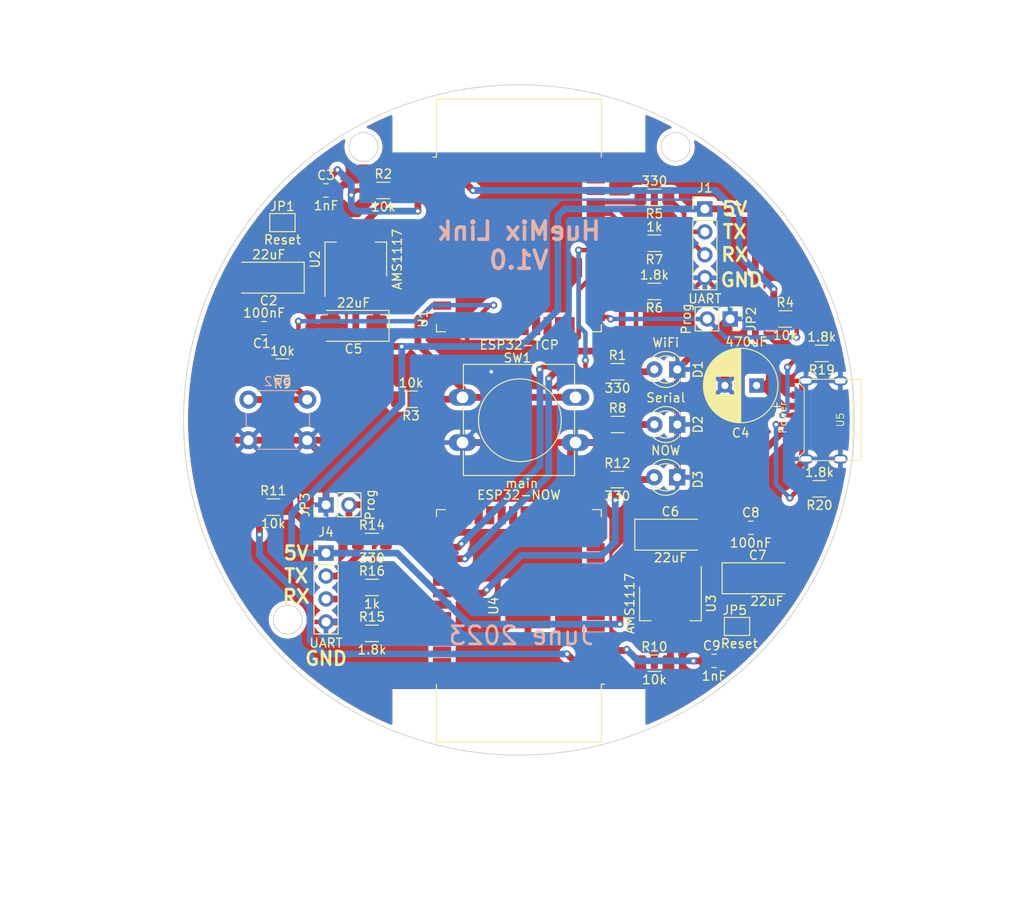
<source format=kicad_pcb>
(kicad_pcb (version 20211014) (generator pcbnew)
  (layers (0 "F.Cu" signal) (31 "B.Cu" signal) (34 "B.Paste" user) (35 "F.Paste" user) (36 "B.SilkS" user "B.Silkscreen") (37 "F.SilkS" user "F.Silkscreen") (38 "B.Mask" user) (39 "F.Mask" user) (44 "Edge.Cuts" user))
  (net 0 "")
  (net 1 "+3V3")
  (net 2 "Net-(C9-Pad1)")
  (net 3 "+3.3V")
  (net 4 "GND")
  (net 5 "Net-(C3-Pad1)")
  (net 6 "Net-(D3-Pad2)")
  (net 7 "Net-(D1-Pad2)")
  (net 8 "Net-(D2-Pad2)")
  (net 9 "Net-(R8-Pad1)")
  (net 10 "Net-(J4-Pad2)")
  (net 11 "Net-(J4-Pad3)")
  (net 12 "Net-(JP3-Pad2)")
  (net 13 "Net-(J1-Pad2)")
  (net 14 "Net-(J1-Pad3)")
  (net 15 "Net-(JP2-Pad2)")
  (net 16 "Net-(R1-Pad1)")
  (net 17 "Net-(R3-Pad1)")
  (net 18 "Net-(R5-Pad2)")
  (net 19 "Net-(R7-Pad2)")
  (net 20 "Net-(U1-Pad27)")
  (net 21 "Net-(R9-Pad1)")
  (net 22 "+5V")
  (net 42 "Net-(R12-Pad1)")
  (net 48 "Net-(R14-Pad2)")
  (net 49 "Net-(R16-Pad2)")
  (net 50 "Net-(U1-Pad28)")
  (net 78 "Net-(R19-Pad2)")
  (net 79 "Net-(R20-Pad2)")
  (footprint "Capacitor_Tantalum_SMD:CP_EIA-6032-20_AVX-F_Pad2.25x2.35mm_HandSolder" (layer "F.Cu") (at 169.418 93.472)
    (fp_text reference "C6")
    (fp_text value "22uF")
  )
  (footprint "Resistor_SMD:R_1206_3216Metric_Pad1.30x1.75mm_HandSolder" (layer "F.Cu") (at 136.398 99.314)
    (fp_text reference "R16")
    (fp_text value "1k")
  )
  (footprint "Package_TO_SOT_SMD:SOT-223-3_TabPin2" (layer "F.Cu") (at 169.418 101.092 -90)
    (fp_text reference "U3")
    (fp_text value "AMS1117")
  )
  (footprint "Connector_PinHeader_2.54mm:PinHeader_1x04_P2.54mm_Vertical" (layer "F.Cu") (at 173.228 57.414)
    (fp_text reference "J1")
    (fp_text value "UART")
  )
  (footprint "Resistor_SMD:R_1206_3216Metric_Pad1.30x1.75mm_HandSolder" (layer "F.Cu") (at 136.398 104.394)
    (fp_text reference "R15")
    (fp_text value "1.8k")
  )
  (footprint "Capacitor_Tantalum_SMD:CP_EIA-6032-20_AVX-F_Pad2.25x2.35mm_HandSolder" (layer "F.Cu") (at 179.07 98.298)
    (fp_text reference "C7")
    (fp_text value "22uF")
  )
  (footprint "Jumper:SolderJumper-2_P1.3mm_Open_Pad1.0x1.5mm" (layer "F.Cu") (at 126.492 58.928)
    (fp_text reference "JP1")
    (fp_text value "Reset")
  )
  (footprint "Resistor_SMD:R_1206_3216Metric_Pad1.30x1.75mm_HandSolder" (layer "F.Cu") (at 167.64 61.214 180)
    (fp_text reference "R7")
    (fp_text value "1k")
  )
  (footprint "Connector_PinHeader_2.54mm:PinHeader_1x04_P2.54mm_Vertical" (layer "F.Cu") (at 131.318 95.514)
    (fp_text reference "J4")
    (fp_text value "UART")
  )
  (footprint "Resistor_SMD:R_1206_3216Metric_Pad1.30x1.75mm_HandSolder" (layer "F.Cu") (at 167.64 107.696)
    (fp_text reference "R10")
    (fp_text value "10k")
  )
  (footprint "Capacitor_Tantalum_SMD:CP_EIA-6032-20_AVX-F_Pad2.25x2.35mm_HandSolder" (layer "F.Cu") (at 134.356 70.358 180)
    (fp_text reference "C5")
    (fp_text value "22uF")
  )
  (footprint "TYPE-C-31-M:TYPE-C-31-M-17_handsolder" (layer "F.Cu") (at 188.215 80.772 90)
    (fp_text reference "U5")
    (fp_text value "Power")
  )
  (footprint "Button_Switch_THT:SW_PUSH-12mm" (layer "F.Cu") (at 146.414 78.272)
    (fp_text reference "SW1")
    (fp_text value "main")
  )
  (footprint "Capacitor_SMD:C_0805_2012Metric_Pad1.18x1.45mm_HandSolder" (layer "F.Cu") (at 131.318 55.372)
    (fp_text reference "C3")
    (fp_text value "1nF")
  )
  (footprint "Resistor_SMD:R_1206_3216Metric_Pad1.30x1.75mm_HandSolder" (layer "F.Cu") (at 167.64 56.134 180)
    (fp_text reference "R5")
    (fp_text value "330")
  )
  (footprint "Resistor_SMD:R_1206_3216Metric_Pad1.30x1.75mm_HandSolder" (layer "F.Cu") (at 136.398 94.234)
    (fp_text reference "R14")
    (fp_text value "330")
  )
  (footprint "Capacitor_SMD:C_0805_2012Metric_Pad1.18x1.45mm_HandSolder" (layer "F.Cu") (at 174.244 107.442)
    (fp_text reference "C9")
    (fp_text value "1nF")
  )
  (footprint "Connector_PinHeader_2.54mm:PinHeader_1x02_P2.54mm_Vertical" (layer "F.Cu") (at 176.027 69.596 -90)
    (fp_text reference "JP2")
    (fp_text value "Prog")
  )
  (footprint "Resistor_SMD:R_1206_3216Metric_Pad1.30x1.75mm_HandSolder" (layer "F.Cu") (at 125.476 90.424)
    (fp_text reference "R11")
    (fp_text value "10k")
  )
  (footprint "Resistor_SMD:R_1206_3216Metric_Pad1.30x1.75mm_HandSolder" (layer "F.Cu") (at 137.658 55.372)
    (fp_text reference "R2")
    (fp_text value "10k")
  )
  (footprint "Resistor_SMD:R_1206_3216Metric_Pad1.30x1.75mm_HandSolder" (layer "F.Cu") (at 182.118 69.596)
    (fp_text reference "R4")
    (fp_text value "10k")
  )
  (footprint "Resistor_SMD:R_1206_3216Metric_Pad1.30x1.75mm_HandSolder" (layer "F.Cu") (at 163.571 75.438)
    (fp_text reference "R1")
    (fp_text value "330")
  )
  (footprint "Resistor_SMD:R_1206_3216Metric_Pad1.30x1.75mm_HandSolder" (layer "F.Cu") (at 140.716 78.486 180)
    (fp_text reference "R3")
    (fp_text value "10k")
  )
  (footprint "RF_Module:ESP32-WROOM-32" (layer "F.Cu") (at 152.654 100.584 180)
    (fp_text reference "U4")
    (fp_text value "ESP32-NOW")
  )
  (footprint "Connector_PinHeader_2.54mm:PinHeader_1x02_P2.54mm_Vertical" (layer "F.Cu") (at 131.318 90.17 90)
    (fp_text reference "JP3")
    (fp_text value "Prog")
  )
  (footprint "Jumper:SolderJumper-2_P1.3mm_Open_Pad1.0x1.5mm" (layer "F.Cu") (at 176.784 103.632)
    (fp_text reference "JP5")
    (fp_text value "Reset")
  )
  (footprint "LED_THT:LED_D3.0mm" (layer "F.Cu") (at 170.18 75.184 180)
    (fp_text reference "D1")
    (fp_text value "WiFi")
  )
  (footprint "LED_THT:LED_D3.0mm" (layer "F.Cu") (at 170.185 81.28 180)
    (fp_text reference "D2")
    (fp_text value "Serial")
  )
  (footprint "Resistor_SMD:R_1206_3216Metric_Pad1.30x1.75mm_HandSolder" (layer "F.Cu") (at 185.902 88.392 180)
    (fp_text reference "R20")
    (fp_text value "1.8k")
  )
  (footprint "Resistor_SMD:R_1206_3216Metric_Pad1.30x1.75mm_HandSolder" (layer "F.Cu") (at 186.156 73.406 180)
    (fp_text reference "R19")
    (fp_text value "1.8k")
  )
  (footprint "LED_THT:LED_D3.0mm" (layer "F.Cu") (at 170.159 87.122 180)
    (fp_text reference "D3")
    (fp_text value "NOW")
  )
  (footprint "Capacitor_THT:CP_Radial_D8.0mm_P3.50mm" (layer "F.Cu") (at 178.944651 76.962 180)
    (fp_text reference "C4")
    (fp_text value "470uF")
  )
  (footprint "Resistor_SMD:R_1206_3216Metric_Pad1.30x1.75mm_HandSolder" (layer "F.Cu") (at 163.55 87.376)
    (fp_text reference "R12")
    (fp_text value "330")
  )
  (footprint "Capacitor_SMD:C_0805_2012Metric_Pad1.18x1.45mm_HandSolder" (layer "F.Cu") (at 124.46 70.612 180)
    (fp_text reference "C1")
    (fp_text value "100nF")
  )
  (footprint "Resistor_SMD:R_1206_3216Metric_Pad1.30x1.75mm_HandSolder" (layer "F.Cu") (at 126.492 74.93 180)
    (fp_text reference "R9")
    (fp_text value "10k")
  )
  (footprint "RF_Module:ESP32-WROOM-32" (layer "F.Cu") (at 152.654 61.13)
    (fp_text reference "U1")
    (fp_text value "ESP32-TCP")
  )
  (footprint "Capacitor_SMD:C_0805_2012Metric_Pad1.18x1.45mm_HandSolder" (layer "F.Cu") (at 178.308 92.71)
    (fp_text reference "C8")
    (fp_text value "100nF")
  )
  (footprint "Capacitor_Tantalum_SMD:CP_EIA-6032-20_AVX-F_Pad2.25x2.35mm_HandSolder" (layer "F.Cu") (at 124.968 65.024 180)
    (fp_text reference "C2")
    (fp_text value "22uF")
  )
  (footprint "Resistor_SMD:R_1206_3216Metric_Pad1.30x1.75mm_HandSolder" (layer "F.Cu") (at 163.576 81.28)
    (fp_text reference "R8")
    (fp_text value "330")
  )
  (footprint "Package_TO_SOT_SMD:SOT-223-3_TabPin2" (layer "F.Cu") (at 134.61 62.992 90)
    (fp_text reference "U2")
    (fp_text value "AMS1117")
  )
  (footprint "Resistor_SMD:R_1206_3216Metric_Pad1.30x1.75mm_HandSolder" (layer "F.Cu") (at 167.64 66.548 180)
    (fp_text reference "R6")
    (fp_text value "1.8k")
  )
  (footprint "Button_Switch_THT:SW_PUSH_6mm" (layer "B.Cu") (at 129.234 78.522 180)
    (fp_text reference "SW2")
    (fp_text value "Aux")
  )
  (gr_circle (center 135.458 50.546) (end 137.058 50.546) (layer "Edge.Cuts") (width 0.1) (fill none))
  (gr_circle (center 170.002 50.546) (end 171.602 50.546) (layer "Edge.Cuts") (width 0.1) (fill none))
  (gr_circle locked (center 152.654 80.772) (end 189.754 80.772) (layer "Edge.Cuts") (width 0.1) (fill none))
  (gr_circle (center 127.076 102.87) (end 128.676 102.87) (layer "Edge.Cuts") (width 0.1) (fill none))
  (gr_text "June 2023" (at 152.908 104.648) (layer "B.SilkS") (effects (font (size 2 2) (thickness 0.3)) (justify mirror)))
  (gr_text "HueMix Link\nV1.0\n" (at 152.654 61.468) (layer "B.SilkS") (effects (font (size 2 2) (thickness 0.4)) (justify mirror)))
  (gr_text "5V" (at 128.016 95.504) (layer "F.SilkS") (effects (font (size 1.5 1.5) (thickness 0.3))))
  (gr_text "TX" (at 176.53 59.944) (layer "F.SilkS") (effects (font (size 1.5 1.5) (thickness 0.3))))
  (gr_text "TX" (at 128.016 98.044) (layer "F.SilkS") (effects (font (size 1.5 1.5) (thickness 0.3))))
  (gr_text "GND" (at 177.292 65.278) (layer "F.SilkS") (effects (font (size 1.5 1.5) (thickness 0.3))))
  (gr_text "RX" (at 128.016 100.33) (layer "F.SilkS") (effects (font (size 1.5 1.5) (thickness 0.3))))
  (gr_text "RX" (at 176.53 62.484) (layer "F.SilkS") (effects (font (size 1.5 1.5) (thickness 0.3))))
  (gr_text "GND" (at 131.318 107.188) (layer "F.SilkS") (effects (font (size 1.5 1.5) (thickness 0.3))))
  (gr_text "5V" (at 176.53 57.404) (layer "F.SilkS") (effects (font (size 1.5 1.5) (thickness 0.3))))
  (segment (start 123.952 90.45) (end 123.926 90.424) (width 0.75) (layer "F.Cu") (net 1))
  (segment (start 168.656 109.22) (end 164.555 109.22) (width 0.75) (layer "F.Cu") (net 1))
  (segment (start 169.418 104.242) (end 169.418 100.838) (width 0.75) (layer "F.Cu") (net 1))
  (segment (start 173.98 100.838) (end 169.418 100.838) (width 0.75) (layer "F.Cu") (net 1))
  (segment (start 123.952 93.472) (end 123.952 90.45) (width 0.75) (layer "F.Cu") (net 1))
  (segment (start 176.52 93.4605) (end 177.2705 92.71) (width 0.75) (layer "F.Cu") (net 1))
  (segment (start 169.418 100.838) (end 169.418 97.942) (width 0.75) (layer "F.Cu") (net 1))
  (segment (start 176.52 98.298) (end 176.52 93.4605) (width 0.75) (layer "F.Cu") (net 1))
  (segment (start 169.19 108.686) (end 168.656 109.22) (width 0.75) (layer "F.Cu") (net 1))
  (segment (start 169.19 107.696) (end 169.19 108.686) (width 0.75) (layer "F.Cu") (net 1))
  (segment (start 161.154 107.569) (end 158.877 107.569) (width 0.75) (layer "F.Cu") (net 1))
  (segment (start 164.555 109.22) (end 162.904 107.569) (width 0.75) (layer "F.Cu") (net 1))
  (segment (start 169.418 104.242) (end 169.418 107.468) (width 0.75) (layer "F.Cu") (net 1))
  (segment (start 158.877 107.569) (end 157.988 106.68) (width 0.75) (layer "F.Cu") (net 1))
  (segment (start 176.52 98.298) (end 173.98 100.838) (width 0.75) (layer "F.Cu") (net 1))
  (segment (start 162.904 107.569) (end 161.154 107.569) (width 0.75) (layer "F.Cu") (net 1))
  (segment (start 169.418 107.468) (end 169.19 107.696) (width 0.75) (layer "F.Cu") (net 1))
  (via (at 157.988 106.68) (size 0.8) (drill 0.4) (layers "F.Cu" "B.Cu") (net 1))
  (via (at 123.952 93.472) (size 0.8) (drill 0.4) (layers "F.Cu" "B.Cu") (net 1))
  (segment (start 129.54 101.346) (end 129.54 105.156) (width 0.75) (layer "B.Cu") (net 1))
  (segment (start 131.064 106.68) (end 157.988 106.68) (width 0.75) (layer "B.Cu") (net 1))
  (segment (start 123.952 95.758) (end 129.54 101.346) (width 0.75) (layer "B.Cu") (net 1))
  (segment (start 129.54 105.156) (end 131.064 106.68) (width 0.75) (layer "B.Cu") (net 1))
  (segment (start 123.952 93.472) (end 123.952 95.758) (width 0.75) (layer "B.Cu") (net 1))
  (segment (start 164.693 106.299) (end 161.154 106.299) (width 0.75) (layer "F.Cu") (net 2))
  (segment (start 173.2065 106.5595) (end 176.134 103.632) (width 0.75) (layer "F.Cu") (net 2))
  (segment (start 173.2065 107.442) (end 173.2065 106.5595) (width 0.75) (layer "F.Cu") (net 2))
  (segment (start 166.09 107.696) (end 164.693 106.299) (width 0.75) (layer "F.Cu") (net 2))
  (segment (start 173.2065 107.442) (end 171.958 107.442) (width 0.75) (layer "F.Cu") (net 2))
  (via (at 171.958 107.442) (size 0.8) (drill 0.4) (layers "F.Cu" "B.Cu") (net 2))
  (via (at 164.592 106.172) (size 0.8) (drill 0.4) (layers "F.Cu" "B.Cu") (net 2))
  (segment (start 165.862 107.442) (end 164.592 106.172) (width 0.75) (layer "B.Cu") (net 2))
  (segment (start 171.958 107.442) (end 165.862 107.442) (width 0.75) (layer "B.Cu") (net 2))
  (segment (start 125.4975 67.0445) (end 127.518 65.024) (width 0.75) (layer "F.Cu") (net 3))
  (segment (start 132.07 62.24) (end 134.61 62.24) (width 0.75) (layer "F.Cu") (net 3))
  (segment (start 134.61 73.93) (end 134.61 66.142) (width 0.75) (layer "F.Cu") (net 3))
  (segment (start 134.61 59.842) (end 134.61 62.24) (width 0.75) (layer "F.Cu") (net 3))
  (segment (start 124.942 71.1675) (end 125.4975 70.612) (width 0.75) (layer "F.Cu") (net 3))
  (segment (start 140.435 54.145) (end 139.208 55.372) (width 0.75) (layer "F.Cu") (net 3))
  (segment (start 134.61 59.842) (end 134.738 59.842) (width 0.75) (layer "F.Cu") (net 3))
  (segment (start 180.848 69.316) (end 180.568 69.596) (width 0.75) (layer "F.Cu") (net 3))
  (segment (start 144.154 54.145) (end 146.347 54.145) (width 0.75) (layer "F.Cu") (net 3))
  (segment (start 139.166 78.486) (end 134.61 73.93) (width 0.75) (layer "F.Cu") (net 3))
  (segment (start 124.942 74.93) (end 124.942 71.1675) (width 0.75) (layer "F.Cu") (net 3))
  (segment (start 134.738 59.842) (end 139.208 55.372) (width 0.75) (layer "F.Cu") (net 3))
  (segment (start 125.4975 70.612) (end 125.4975 67.0445) (width 0.75) (layer "F.Cu") (net 3))
  (segment (start 127.518 65.024) (end 129.286 65.024) (width 0.75) (layer "F.Cu") (net 3))
  (segment (start 144.154 54.145) (end 140.435 54.145) (width 0.75) (layer "F.Cu") (net 3))
  (segment (start 134.61 62.24) (end 134.61 66.142) (width 0.75) (layer "F.Cu") (net 3))
  (segment (start 129.286 65.024) (end 132.07 62.24) (width 0.75) (layer "F.Cu") (net 3))
  (segment (start 146.347 54.145) (end 147.574 55.372) (width 0.75) (layer "F.Cu") (net 3))
  (segment (start 180.848 66.294) (end 180.848 69.316) (width 0.75) (layer "F.Cu") (net 3))
  (via (at 147.574 55.372) (size 0.8) (drill 0.4) (layers "F.Cu" "B.Cu") (net 3))
  (via (at 180.848 66.294) (size 0.8) (drill 0.4) (layers "F.Cu" "B.Cu") (net 3))
  (segment (start 174.424551 55.372) (end 177.038 57.985449) (width 0.75) (layer "B.Cu") (net 3))
  (segment (start 147.574 55.372) (end 174.424551 55.372) (width 0.75) (layer "B.Cu") (net 3))
  (segment (start 177.038 57.985449) (end 177.038 62.484) (width 0.75) (layer "B.Cu") (net 3))
  (segment (start 177.038 62.484) (end 180.848 66.294) (width 0.75) (layer "B.Cu") (net 3))
  (segment (start 175.768 69.596) (end 176.027 69.596) (width 0.75) (layer "F.Cu") (net 4))
  (segment (start 188.215 87.629) (end 187.452 88.392) (width 0.5) (layer "F.Cu") (net 4))
  (segment (start 176.027 67.833) (end 176.027 69.596) (width 0.5) (layer "F.Cu") (net 4))
  (segment (start 183.915 78.022) (end 183.915 76.952) (width 0.5) (layer "F.Cu") (net 4))
  (segment (start 188.215 85.092) (end 188.215 87.629) (width 0.5) (layer "F.Cu") (net 4))
  (segment (start 132.08 70.632) (end 131.806 70.358) (width 0.75) (layer "F.Cu") (net 4))
  (segment (start 146.939 72.771) (end 149.606 75.438) (width 0.5) (layer "F.Cu") (net 4))
  (segment (start 161.154 108.839) (end 154.559 108.839) (width 0.75) (layer "F.Cu") (net 4))
  (segment (start 146.939 65.09) (end 151.654 60.375) (width 0.5) (layer "F.Cu") (net 4))
  (segment (start 171.968 93.472) (end 172.466 93.472) (width 0.75) (layer "F.Cu") (net 4))
  (segment (start 183.915 83.522) (end 183.915 84.592) (width 0.5) (layer "F.Cu") (net 4))
  (segment (start 183.915 84.592) (end 184.415 85.092) (width 0.5) (layer "F.Cu") (net 4))
  (segment (start 151.654 53.41) (end 151.654 60.375) (width 0.75) (layer "F.Cu") (net 4))
  (segment (start 119.888 82.296) (end 119.888 71.882) (width 0.75) (layer "F.Cu") (net 4))
  (segment (start 171.718 97.942) (end 171.718 93.722) (width 0.75) (layer "F.Cu") (net 4))
  (segment (start 172.466 93.472) (end 175.006 90.932) (width 0.75) (layer "F.Cu") (net 4))
  (segment (start 132.08 82.804) (end 132.08 70.632) (width 0.75) (layer "F.Cu") (net 4))
  (segment (start 175.444651 70.178349) (end 176.027 69.596) (width 1) (layer "F.Cu") (net 4))
  (segment (start 183.915 76.952) (end 184.415 76.452) (width 0.5) (layer "F.Cu") (net 4))
  (segment (start 179.3455 91.4615) (end 179.3455 92.71) (width 0.75) (layer "F.Cu") (net 4))
  (segment (start 169.19 66.548) (end 171.714 66.548) (width 0.5) (layer "F.Cu") (net 4))
  (segment (start 119.888 71.882) (end 121.158 70.612) (width 0.75) (layer "F.Cu") (net 4))
  (segment (start 173.228 65.034) (end 176.027 67.833) (width 0.5) (layer "F.Cu") (net 4))
  (segment (start 181.62 94.9845) (end 179.3455 92.71) (width 0.75) (layer "F.Cu") (net 4))
  (segment (start 127.142 60.3) (end 127.142 58.928) (width 0.75) (layer "F.Cu") (net 4))
  (segment (start 132.31 66.142) (end 132.31 69.854) (width 0.75) (layer "F.Cu") (net 4))
  (segment (start 132.588 55.372) (end 135.085 52.875) (width 0.75) (layer "F.Cu") (net 4))
  (segment (start 184.415 85.092) (end 188.215 85.092) (width 0.5) (layer "F.Cu") (net 4))
  (segment (start 131.318 85.106) (end 129.234 83.022) (width 0.75) (layer "F.Cu") (net 4))
  (segment (start 122.734 83.022) (end 120.614 83.022) (width 0.75) (layer "F.Cu") (net 4))
  (segment (start 153.654 101.339) (end 158.369 96.624) (width 0.75) (layer "F.Cu") (net 4))
  (segment (start 146.939 70.385) (end 146.939 72.771) (width 0.5) (layer "F.Cu") (net 4))
  (segment (start 170.185 87.096) (end 170.159 87.122) (width 0.75) (layer "F.Cu") (net 4))
  (segment (start 146.154 108.839) (end 144.154 108.839) (width 0.75) (layer "F.Cu") (net 4))
  (segment (start 175.006 90.932) (end 178.816 90.932) (width 0.75) (layer "F.Cu") (net 4))
  (segment (start 175.2815 107.442) (end 177.434 105.2895) (width 0.75) (layer "F.Cu") (net 4))
  (segment (start 188.215 73.915) (end 187.706 73.406) (width 0.5) (layer "F.Cu") (net 4))
  (segment (start 177.434 105.2895) (end 177.434 103.632) (width 0.75) (layer "F.Cu") (net 4))
  (segment (start 153.654 107.934) (end 153.654 101.339) (width 0.75) (layer "F.Cu") (net 4))
  (segment (start 158.914 83.272) (end 169.712 83.272) (width 0.75) (layer "F.Cu") (net 4))
  (segment (start 177.434 102.484) (end 181.62 98.298) (width 0.75) (layer "F.Cu") (net 4))
  (segment (start 175.444651 76.962) (end 175.444651 70.178349) (width 1) (layer "F.Cu") (net 4))
  (segment (start 188.215 76.452) (end 188.215 73.915) (width 0.5) (layer "F.Cu") (net 4))
  (segment (start 129.234 83.022) (end 122.734 83.022) (width 0.75) (layer "F.Cu") (net 4))
  (segment (start 152.189 52.875) (end 161.154 52.875) (width 0.75) (layer "F.Cu") (net 4))
  (segment (start 179.3455 92.71) (end 179.3455 90.1615) (width 0.75) (layer "F.Cu") (net 4))
  (segment (start 153.654 101.339) (end 146.154 108.839) (width 0.75) (layer "F.Cu") (net 4))
  (segment (start 170.185 81.28) (end 170.185 87.096) (width 0.75) (layer "F.Cu") (net 4))
  (segment (start 135.085 52.875) (end 144.154 52.875) (width 0.75) (layer "F.Cu") (net 4))
  (segment (start 133.588 103.134) (end 134.848 104.394) (width 0.75) (layer "F.Cu") (net 4))
  (segment (start 131.862 83.022) (end 132.08 82.804) (width 0.75) (layer "F.Cu") (net 4))
  (segment (start 127.142 58.928) (end 128.7995 58.928) (width 0.75) (layer "F.Cu") (net 4))
  (segment (start 122.418 65.024) (end 127.142 60.3) (width 0.75) (layer "F.Cu") (net 4))
  (segment (start 184.415 76.452) (end 188.215 76.452) (width 0.5) (layer "F.Cu") (net 4))
  (segment (start 144.154 52.875) (end 152.189 52.875) (width 0.75) (layer "F.Cu") (net 4))
  (segment (start 134.848 104.394) (end 139.293 108.839) (width 0.75) (layer "F.Cu") (net 4))
  (segment (start 123.4225 70.612) (end 123.4225 66.0285) (width 0.75) (layer "F.Cu") (net 4))
  (segment (start 131.318 90.17) (end 131.318 85.106) (width 0.75) (layer "F.Cu") (net 4))
  (segment (start 146.414 83.272) (end 158.914 83.272) (width 0.75) (layer "F.Cu") (net 4))
  (segment (start 158.369 91.329) (end 158.369 83.817) (width 0.75) (layer "F.Cu") (net 4))
  (segment (start 120.614 83.022) (end 119.888 82.296) (width 0.75) (layer "F.Cu") (net 4))
  (segment (start 181.62 98.298) (end 181.62 94.9845) (width 0.75) (layer "F.Cu") (net 4))
  (segment (start 170.185 82.799) (end 170.185 81.28) (width 0.75) (layer "F.Cu") (net 4))
  (segment (start 169.712 83.272) (end 170.185 82.799) (width 0.75) (layer "F.Cu") (net 4))
  (segment (start 179.3455 90.1615) (end 184.415 85.092) (width 0.75) (layer "F.Cu") (net 4))
  (segment (start 139.293 108.839) (end 144.154 108.839) (width 0.75) (layer "F.Cu") (net 4))
  (segment (start 129.234 83.022) (end 131.862 83.022) (width 0.75) (layer "F.Cu") (net 4))
  (segment (start 158.369 96.624) (end 158.369 91.329) (width 0.75) (layer "F.Cu") (net 4))
  (segment (start 171.718 93.722) (end 171.968 93.472) (width 0.75) (layer "F.Cu") (net 4))
  (segment (start 158.369 83.817) (end 158.914 83.272) (width 0.75) (layer "F.Cu") (net 4))
  (segment (start 154.559 108.839) (end 153.654 107.934) (width 0.75) (layer "F.Cu") (net 4))
  (segment (start 128.7995 58.928) (end 132.3555 55.372) (width 0.75) (layer "F.Cu") (net 4))
  (segment (start 171.714 66.548) (end 173.228 65.034) (width 0.5) (layer "F.Cu") (net 4))
  (segment (start 146.939 70.385) (end 146.939 65.09) (width 0.5) (layer "F.Cu") (net 4))
  (segment (start 178.816 90.932) (end 179.3455 91.4615) (width 0.75) (layer "F.Cu") (net 4))
  (segment (start 177.434 103.632) (end 177.434 102.484) (width 0.75) (layer "F.Cu") (net 4))
  (segment (start 170.185 81.28) (end 170.185 75.189) (width 0.75) (layer "F.Cu") (net 4))
  (segment (start 131.318 103.134) (end 133.588 103.134) (width 0.75) (layer "F.Cu") (net 4))
  (segment (start 170.185 75.189) (end 170.18 75.184) (width 0.75) (layer "F.Cu") (net 4))
  (segment (start 123.4225 66.0285) (end 122.418 65.024) (width 0.75) (layer "F.Cu") (net 4))
  (segment (start 132.3555 55.372) (end 132.588 55.372) (width 0.75) (layer "F.Cu") (net 4))
  (segment (start 132.31 69.854) (end 131.806 70.358) (width 0.75) (layer "F.Cu") (net 4))
  (segment (start 152.189 52.875) (end 151.654 53.41) (width 0.75) (layer "F.Cu") (net 4))
  (segment (start 170.18 75.184) (end 175.768 69.596) (width 0.75) (layer "F.Cu") (net 4))
  (segment (start 123.4225 70.612) (end 121.158 70.612) (width 0.75) (layer "F.Cu") (net 4))
  (via (at 149.606 75.438) (size 0.8) (drill 0.4) (layers "F.Cu" "B.Cu") (net 4))
  (segment (start 149.606 75.438) (end 149.606 80.08) (width 0.5) (layer "B.Cu") (net 4))
  (segment (start 149.606 80.08) (end 146.414 83.272) (width 0.5) (layer "B.Cu") (net 4))
  (segment (start 176.027 69.596) (end 176.276 69.596) (width 0.5) (layer "B.Cu") (net 4))
  (segment (start 141.478 57.658) (end 141.478 56.388) (width 0.75) (layer "F.Cu") (net 5))
  (segment (start 141.478 56.388) (end 142.451 55.415) (width 0.75) (layer "F.Cu") (net 5))
  (segment (start 128.016 55.372) (end 130.2805 55.372) (width 0.75) (layer "F.Cu") (net 5))
  (segment (start 142.451 55.415) (end 144.154 55.415) (width 0.75) (layer "F.Cu") (net 5))
  (segment (start 136.108 55.372) (end 134.62 55.372) (width 0.5) (layer "F.Cu") (net 5))
  (segment (start 132.5665 53.086) (end 132.588 53.086) (width 0.75) (layer "F.Cu") (net 5))
  (segment (start 130.2805 55.372) (end 132.5665 53.086) (width 0.75) (layer "F.Cu") (net 5))
  (segment (start 134.62 55.372) (end 134.112 55.88) (width 0.5) (layer "F.Cu") (net 5))
  (segment (start 125.842 58.928) (end 125.842 57.546) (width 0.75) (layer "F.Cu") (net 5))
  (segment (start 125.842 57.546) (end 128.016 55.372) (width 0.75) (layer "F.Cu") (net 5))
  (via (at 134.112 55.88) (size 0.8) (drill 0.4) (layers "F.Cu" "B.Cu") (net 5))
  (via (at 141.478 57.658) (size 0.8) (drill 0.4) (layers "F.Cu" "B.Cu") (net 5))
  (via (at 132.588 53.086) (size 0.8) (drill 0.4) (layers "F.Cu" "B.Cu") (net 5))
  (segment (start 134.112 55.88) (end 134.112 57.15) (width 0.75) (layer "B.Cu") (net 5))
  (segment (start 134.112 57.15) (end 134.62 57.658) (width 0.75) (layer "B.Cu") (net 5))
  (segment (start 134.62 57.658) (end 141.478 57.658) (width 0.75) (layer "B.Cu") (net 5))
  (segment (start 134.112 54.61) (end 134.112 55.88) (width 0.75) (layer "B.Cu") (net 5))
  (segment (start 132.588 53.086) (end 134.112 54.61) (width 0.75) (layer "B.Cu") (net 5))
  (segment (start 165.1 87.376) (end 167.365 87.376) (width 0.75) (layer "F.Cu") (net 6))
  (segment (start 167.365 87.376) (end 167.619 87.122) (width 0.75) (layer "F.Cu") (net 6))
  (segment (start 165.121 75.438) (end 167.386 75.438) (width 0.75) (layer "F.Cu") (net 7))
  (segment (start 167.386 75.438) (end 167.64 75.184) (width 0.75) (layer "F.Cu") (net 7))
  (segment (start 165.126 81.28) (end 167.645 81.28) (width 0.75) (layer "F.Cu") (net 8))
  (segment (start 159.258 61.976) (end 160.943 61.976) (width 0.5) (layer "F.Cu") (net 9))
  (segment (start 162.026 81.28) (end 162.026 77.952) (width 0.5) (layer "F.Cu") (net 9))
  (segment (start 162.026 77.952) (end 160.02 75.946) (width 0.5) (layer "F.Cu") (net 9))
  (segment (start 160.943 61.976) (end 161.154 61.765) (width 0.5) (layer "F.Cu") (net 9))
  (segment (start 160.02 75.946) (end 160.02 74.168) (width 0.5) (layer "F.Cu") (net 9))
  (via (at 160.02 74.168) (size 0.8) (drill 0.4) (layers "F.Cu" "B.Cu") (net 9))
  (via (at 159.258 61.976) (size 0.8) (drill 0.4) (layers "F.Cu" "B.Cu") (net 9))
  (segment (start 160.02 74.168) (end 160.02 71.12) (width 0.5) (layer "B.Cu") (net 9))
  (segment (start 160.02 71.12) (end 159.258 70.358) (width 0.5) (layer "B.Cu") (net 9))
  (segment (start 159.258 70.358) (end 159.258 61.976) (width 0.5) (layer "B.Cu") (net 9))
  (segment (start 132.578 98.054) (end 134.848 95.784) (width 0.75) (layer "F.Cu") (net 10))
  (segment (start 131.318 98.054) (end 132.578 98.054) (width 0.75) (layer "F.Cu") (net 10))
  (segment (start 134.848 95.784) (end 134.848 94.234) (width 0.75) (layer "F.Cu") (net 10))
  (segment (start 133.568 100.594) (end 134.848 99.314) (width 0.75) (layer "F.Cu") (net 11))
  (segment (start 134.848 101.828) (end 134.848 99.314) (width 0.5) (layer "F.Cu") (net 11))
  (segment (start 137.948 104.394) (end 137.414 104.394) (width 0.5) (layer "F.Cu") (net 11))
  (segment (start 131.318 100.594) (end 133.568 100.594) (width 0.75) (layer "F.Cu") (net 11))
  (segment (start 137.414 104.394) (end 134.848 101.828) (width 0.5) (layer "F.Cu") (net 11))
  (segment (start 132.842 92.71) (end 133.858 91.694) (width 0.75) (layer "F.Cu") (net 12))
  (segment (start 139.7 90.17) (end 141.859 92.329) (width 0.75) (layer "F.Cu") (net 12))
  (segment (start 133.858 91.694) (end 133.858 90.17) (width 0.75) (layer "F.Cu") (net 12))
  (segment (start 127.026 90.424) (end 127.254 90.424) (width 0.75) (layer "F.Cu") (net 12))
  (segment (start 129.54 92.71) (end 132.842 92.71) (width 0.75) (layer "F.Cu") (net 12))
  (segment (start 133.858 90.17) (end 139.7 90.17) (width 0.75) (layer "F.Cu") (net 12))
  (segment (start 141.859 92.329) (end 144.154 92.329) (width 0.75) (layer "F.Cu") (net 12))
  (segment (start 127.254 90.424) (end 129.54 92.71) (width 0.75) (layer "F.Cu") (net 12))
  (segment (start 171.46 59.954) (end 173.228 59.954) (width 0.5) (layer "F.Cu") (net 13))
  (segment (start 170.942 59.436) (end 171.46 59.954) (width 0.5) (layer "F.Cu") (net 13))
  (segment (start 169.19 56.134) (end 170.942 57.886) (width 0.5) (layer "F.Cu") (net 13))
  (segment (start 170.942 57.886) (end 170.942 59.436) (width 0.5) (layer "F.Cu") (net 13))
  (segment (start 166.09 66.548) (end 166.09 64.314) (width 0.5) (layer "F.Cu") (net 14))
  (segment (start 171.948 61.214) (end 173.228 62.494) (width 0.5) (layer "F.Cu") (net 14))
  (segment (start 169.19 61.214) (end 171.948 61.214) (width 0.5) (layer "F.Cu") (net 14))
  (segment (start 166.09 64.314) (end 169.19 61.214) (width 0.5) (layer "F.Cu") (net 14))
  (segment (start 183.388 69.876) (end 183.668 69.596) (width 0.5) (layer "F.Cu") (net 15))
  (segment (start 161.154 69.385) (end 162.603 69.385) (width 0.5) (layer "F.Cu") (net 15))
  (segment (start 183.388 71.628) (end 183.388 69.876) (width 0.5) (layer "F.Cu") (net 15))
  (segment (start 162.603 69.385) (end 162.814 69.596) (width 0.5) (layer "F.Cu") (net 15))
  (via (at 183.388 71.628) (size 0.8) (drill 0.4) (layers "F.Cu" "B.Cu") (net 15))
  (via (at 162.814 69.596) (size 0.8) (drill 0.4) (layers "F.Cu" "B.Cu") (net 15))
  (segment (start 162.814 69.596) (end 173.487 69.596) (width 0.5) (layer "B.Cu") (net 15))
  (segment (start 173.487 69.596) (end 175.514 71.623) (width 0.5) (layer "B.Cu") (net 15))
  (segment (start 175.514 71.623) (end 175.514 71.628) (width 0.5) (layer "B.Cu") (net 15))
  (segment (start 175.514 71.628) (end 183.388 71.628) (width 0.5) (layer "B.Cu") (net 15))
  (segment (start 162.021 75.438) (end 162.052 75.438) (width 0.5) (layer "F.Cu") (net 16))
  (segment (start 163.365 63.035) (end 161.154 63.035) (width 0.5) (layer "F.Cu") (net 16))
  (segment (start 163.83 63.5) (end 163.365 63.035) (width 0.5) (layer "F.Cu") (net 16))
  (segment (start 165.608 74.113) (end 165.608 68.326) (width 0.5) (layer "F.Cu") (net 16))
  (segment (start 163.377 74.113) (end 165.608 74.113) (width 0.5) (layer "F.Cu") (net 16))
  (segment (start 163.83 66.548) (end 163.83 63.5) (width 0.5) (layer "F.Cu") (net 16))
  (segment (start 162.052 75.438) (end 163.377 74.113) (width 0.5) (layer "F.Cu") (net 16))
  (segment (start 165.608 68.326) (end 163.83 66.548) (width 0.5) (layer "F.Cu") (net 16))
  (segment (start 158.914 78.272) (end 146.414 78.272) (width 0.75) (layer "F.Cu") (net 17))
  (segment (start 141.689 69.385) (end 144.154 69.385) (width 0.75) (layer "F.Cu") (net 17))
  (segment (start 141.478 69.596) (end 141.689 69.385) (width 0.75) (layer "F.Cu") (net 17))
  (segment (start 142.266 78.486) (end 146.2 78.486) (width 0.75) (layer "F.Cu") (net 17))
  (segment (start 146.2 78.486) (end 146.414 78.272) (width 0.75) (layer "F.Cu") (net 17))
  (segment (start 146.414 78.272) (end 146.414 77.326) (width 0.75) (layer "F.Cu") (net 17))
  (segment (start 146.414 77.326) (end 141.478 72.39) (width 0.75) (layer "F.Cu") (net 17))
  (segment (start 141.478 72.39) (end 141.478 69.596) (width 0.75) (layer "F.Cu") (net 17))
  (segment (start 165.539 56.685) (end 166.09 56.134) (width 0.5) (layer "F.Cu") (net 18))
  (segment (start 161.154 56.685) (end 165.539 56.685) (width 0.5) (layer "F.Cu") (net 18))
  (segment (start 162.831 57.955) (end 166.09 61.214) (width 0.5) (layer "F.Cu") (net 19))
  (segment (start 161.154 57.955) (end 162.831 57.955) (width 0.5) (layer "F.Cu") (net 19))
  (segment (start 155.956 76.2) (end 159.004 73.152) (width 0.75) (layer "F.Cu") (net 20))
  (segment (start 162.484 66.845) (end 161.154 66.845) (width 0.75) (layer "F.Cu") (net 20))
  (segment (start 164.084 68.445) (end 162.484 66.845) (width 0.75) (layer "F.Cu") (net 20))
  (segment (start 144.154 96.139) (end 146.685 96.139) (width 0.75) (layer "F.Cu") (net 20))
  (segment (start 159.004 73.152) (end 164.084 73.152) (width 0.75) (layer "F.Cu") (net 20))
  (segment (start 164.084 73.152) (end 164.084 68.445) (width 0.75) (layer "F.Cu") (net 20))
  (via (at 155.956 76.2) (size 0.8) (drill 0.4) (layers "F.Cu" "B.Cu") (net 20))
  (via (at 146.685 96.139) (size 0.8) (drill 0.4) (layers "F.Cu" "B.Cu") (net 20))
  (segment (start 146.685 96.139) (end 155.956 86.868) (width 0.75) (layer "B.Cu") (net 20))
  (segment (start 155.956 86.868) (end 155.956 76.2) (width 0.75) (layer "B.Cu") (net 20))
  (segment (start 148.209 70.385) (end 148.209 69.305) (width 0.5) (layer "F.Cu") (net 21))
  (segment (start 122.734 78.522) (end 129.234 78.522) (width 0.75) (layer "F.Cu") (net 21))
  (segment (start 149.442 68.072) (end 149.86 68.072) (width 0.5) (layer "F.Cu") (net 21))
  (segment (start 128.27 74.702) (end 128.042 74.93) (width 0.5) (layer "F.Cu") (net 21))
  (segment (start 128.042 74.93) (end 128.042 77.33) (width 0.75) (layer "F.Cu") (net 21))
  (segment (start 128.27 69.85) (end 128.27 74.702) (width 0.5) (layer "F.Cu") (net 21))
  (segment (start 148.209 69.305) (end 149.442 68.072) (width 0.5) (layer "F.Cu") (net 21))
  (segment (start 128.042 77.33) (end 129.234 78.522) (width 0.75) (layer "F.Cu") (net 21))
  (via (at 128.27 69.85) (size 0.8) (drill 0.4) (layers "F.Cu" "B.Cu") (net 21))
  (via (at 149.86 68.072) (size 0.8) (drill 0.4) (layers "F.Cu" "B.Cu") (net 21))
  (segment (start 149.86 68.072) (end 143.069918 68.072) (width 0.5) (layer "B.Cu") (net 21))
  (segment (start 141.291918 69.85) (end 128.27 69.85) (width 0.5) (layer "B.Cu") (net 21))
  (segment (start 143.069918 68.072) (end 141.291918 69.85) (width 0.5) (layer "B.Cu") (net 21))
  (segment (start 179.832 76.962) (end 180.366 76.428) (width 0.75) (layer "F.Cu") (net 22))
  (segment (start 180.366 73.178) (end 178.816 71.628) (width 0.75) (layer "F.Cu") (net 22))
  (segment (start 178.944651 76.962) (end 179.832 76.962) (width 0.75) (layer "F.Cu") (net 22))
  (segment (start 166.37 93.472) (end 163.83 96.012) (width 0.75) (layer "F.Cu") (net 22))
  (segment (start 180.366 77.724) (end 180.366 76.428) (width 0.75) (layer "F.Cu") (net 22))
  (segment (start 136.906 66.146) (end 136.91 66.142) (width 0.75) (layer "F.Cu") (net 22))
  (segment (start 181.64 82.292) (end 183.915 82.292) (width 0.75) (layer "F.Cu") (net 22))
  (segment (start 178.816 57.658) (end 178.562 57.404) (width 0.75) (layer "F.Cu") (net 22))
  (segment (start 185.928 82.296) (end 185.924 82.292) (width 0.75) (layer "F.Cu") (net 22))
  (segment (start 178.562 57.404) (end 178.552 57.414) (width 0.75) (layer "F.Cu") (net 22))
  (segment (start 139.7 72.644) (end 137.414 72.644) (width 0.75) (layer "F.Cu") (net 22))
  (segment (start 136.906 70.358) (end 136.906 66.146) (width 0.75) (layer "F.Cu") (net 22))
  (segment (start 174.016 89.916) (end 181.64 82.292) (width 0.75) (layer "F.Cu") (net 22))
  (segment (start 136.906 70.358) (end 136.906 72.136) (width 0.75) (layer "F.Cu") (net 22))
  (segment (start 180.366 76.428) (end 180.366 73.178) (width 0.75) (layer "F.Cu") (net 22))
  (segment (start 166.868 97.692) (end 167.118 97.942) (width 0.75) (layer "F.Cu") (net 22))
  (segment (start 178.816 71.628) (end 178.816 57.658) (width 0.75) (layer "F.Cu") (net 22))
  (segment (start 178.552 57.414) (end 173.228 57.414) (width 0.75) (layer "F.Cu") (net 22))
  (segment (start 166.868 93.472) (end 166.868 97.692) (width 0.75) (layer "F.Cu") (net 22))
  (segment (start 183.915 79.252) (end 185.495 79.252) (width 0.75) (layer "F.Cu") (net 22))
  (segment (start 178.944651 76.962) (end 179.604 76.962) (width 0.75) (layer "F.Cu") (net 22))
  (segment (start 166.868 93.472) (end 166.37 93.472) (width 0.75) (layer "F.Cu") (net 22))
  (segment (start 185.928 79.685) (end 185.928 82.296) (width 0.75) (layer "F.Cu") (net 22))
  (segment (start 183.915 79.252) (end 181.894 79.252) (width 0.75) (layer "F.Cu") (net 22))
  (segment (start 185.495 79.252) (end 185.928 79.685) (width 0.75) (layer "F.Cu") (net 22))
  (segment (start 174.016 89.916) (end 170.424 89.916) (width 0.75) (layer "F.Cu") (net 22))
  (segment (start 163.83 96.012) (end 163.83 103.378) (width 0.75) (layer "F.Cu") (net 22))
  (segment (start 179.604 76.962) (end 180.366 77.724) (width 0.75) (layer "F.Cu") (net 22))
  (segment (start 136.906 72.136) (end 137.414 72.644) (width 0.75) (layer "F.Cu") (net 22))
  (segment (start 185.924 82.292) (end 183.915 82.292) (width 0.75) (layer "F.Cu") (net 22))
  (segment (start 170.424 89.916) (end 166.868 93.472) (width 0.75) (layer "F.Cu") (net 22))
  (segment (start 181.894 79.252) (end 180.366 77.724) (width 0.75) (layer "F.Cu") (net 22))
  (via (at 139.7 72.644) (size 0.8) (drill 0.4) (layers "F.Cu" "B.Cu") (net 22))
  (via (at 163.83 103.378) (size 0.8) (drill 0.4) (layers "F.Cu" "B.Cu") (net 22))
  (segment (start 127.518 95.494) (end 127.538 95.514) (width 0.75) (layer "B.Cu") (net 22))
  (segment (start 152.908 72.644) (end 156.972 68.58) (width 0.75) (layer "B.Cu") (net 22))
  (segment (start 157.724 57.414) (end 173.228 57.414) (width 0.75) (layer "B.Cu") (net 22))
  (segment (start 127.518 95.494) (end 127.518 91.12) (width 0.75) (layer "B.Cu") (net 22))
  (segment (start 147.066 103.378) (end 139.202 95.514) (width 0.75) (layer "B.Cu") (net 22))
  (segment (start 127.538 95.514) (end 131.318 95.514) (width 0.75) (layer "B.Cu") (net 22))
  (segment (start 127.518 91.12) (end 139.7 78.938) (width 0.75) (layer "B.Cu") (net 22))
  (segment (start 139.7 72.644) (end 152.908 72.644) (width 0.75) (layer "B.Cu") (net 22))
  (segment (start 156.972 58.166) (end 157.724 57.414) (width 0.75) (layer "B.Cu") (net 22))
  (segment (start 139.202 95.514) (end 131.318 95.514) (width 0.75) (layer "B.Cu") (net 22))
  (segment (start 156.972 68.58) (end 156.972 58.166) (width 0.75) (layer "B.Cu") (net 22))
  (segment (start 163.83 103.378) (end 147.066 103.378) (width 0.75) (layer "B.Cu") (net 22))
  (segment (start 139.7 78.938) (end 139.7 72.644) (width 0.75) (layer "B.Cu") (net 22))
  (segment (start 144.154 99.949) (end 148.717 99.949) (width 0.75) (layer "F.Cu") (net 42))
  (segment (start 163.322 88.698) (end 162 87.376) (width 0.75) (layer "F.Cu") (net 42))
  (segment (start 148.717 99.949) (end 149.098 99.568) (width 0.75) (layer "F.Cu") (net 42))
  (segment (start 163.322 89.662) (end 163.322 88.698) (width 0.75) (layer "F.Cu") (net 42))
  (via (at 149.098 99.568) (size 0.8) (drill 0.4) (layers "F.Cu" "B.Cu") (net 42))
  (via (at 163.322 89.662) (size 0.8) (drill 0.4) (layers "F.Cu" "B.Cu") (net 42))
  (segment (start 152.908 95.758) (end 161.798 95.758) (width 0.75) (layer "B.Cu") (net 42))
  (segment (start 163.322 94.234) (end 163.322 89.662) (width 0.75) (layer "B.Cu") (net 42))
  (segment (start 161.798 95.758) (end 163.322 94.234) (width 0.75) (layer "B.Cu") (net 42))
  (segment (start 149.098 99.568) (end 152.908 95.758) (width 0.75) (layer "B.Cu") (net 42))
  (segment (start 137.16 94.234) (end 136.652 94.742) (width 0.5) (layer "F.Cu") (net 48))
  (segment (start 141.351 105.029) (end 144.154 105.029) (width 0.5) (layer "F.Cu") (net 48))
  (segment (start 137.948 94.234) (end 137.16 94.234) (width 0.5) (layer "F.Cu") (net 48))
  (segment (start 137.414 102.362) (end 138.684 102.362) (width 0.5) (layer "F.Cu") (net 48))
  (segment (start 138.684 102.362) (end 141.351 105.029) (width 0.5) (layer "F.Cu") (net 48))
  (segment (start 136.652 101.6) (end 137.414 102.362) (width 0.5) (layer "F.Cu") (net 48))
  (segment (start 136.652 94.742) (end 136.652 101.6) (width 0.5) (layer "F.Cu") (net 48))
  (segment (start 141.605 103.759) (end 144.154 103.759) (width 0.5) (layer "F.Cu") (net 49))
  (segment (start 140.716 101.6) (end 140.716 102.87) (width 0.5) (layer "F.Cu") (net 49))
  (segment (start 137.948 99.314) (end 138.43 99.314) (width 0.5) (layer "F.Cu") (net 49))
  (segment (start 140.716 102.87) (end 141.605 103.759) (width 0.5) (layer "F.Cu") (net 49))
  (segment (start 138.43 99.314) (end 140.716 101.6) (width 0.5) (layer "F.Cu") (net 49))
  (segment (start 145.923 94.869) (end 146.304 94.488) (width 0.75) (layer "F.Cu") (net 50))
  (segment (start 155.194 74.93) (end 154.94 75.184) (width 0.5) (layer "F.Cu") (net 50))
  (segment (start 159.269 71.617) (end 155.956 74.93) (width 0.5) (layer "F.Cu") (net 50))
  (segment (start 144.154 94.869) (end 145.923 94.869) (width 0.75) (layer "F.Cu") (net 50))
  (segment (start 160.074 65.575) (end 159.269 66.38) (width 0.5) (layer "F.Cu") (net 50))
  (segment (start 161.154 65.575) (end 160.074 65.575) (width 0.5) (layer "F.Cu") (net 50))
  (segment (start 155.956 74.93) (end 155.194 74.93) (width 0.5) (layer "F.Cu") (net 50))
  (segment (start 159.269 66.38) (end 159.269 71.617) (width 0.5) (layer "F.Cu") (net 50))
  (via (at 146.304 94.488) (size 0.8) (drill 0.4) (layers "F.Cu" "B.Cu") (net 50))
  (via (at 154.94 75.184) (size 0.8) (drill 0.4) (layers "F.Cu" "B.Cu") (net 50))
  (segment (start 154.981 75.225) (end 154.94 75.184) (width 0.75) (layer "B.Cu") (net 50))
  (segment (start 154.981 85.811) (end 154.981 75.225) (width 0.75) (layer "B.Cu") (net 50))
  (segment (start 146.304 94.488) (end 154.981 85.811) (width 0.75) (layer "B.Cu") (net 50))
  (segment (start 181.864 80.264) (end 183.907 80.264) (width 0.5) (layer "F.Cu") (net 78))
  (segment (start 182.372 74.93) (end 183.896 73.406) (width 0.5) (layer "F.Cu") (net 78))
  (segment (start 183.907 80.264) (end 183.915 80.272) (width 0.5) (layer "F.Cu") (net 78))
  (segment (start 183.896 73.406) (end 184.606 73.406) (width 0.5) (layer "F.Cu") (net 78))
  (via (at 181.864 80.264) (size 0.8) (drill 0.4) (layers "F.Cu" "B.Cu") (net 78))
  (via (at 182.372 74.93) (size 0.8) (drill 0.4) (layers "F.Cu" "B.Cu") (net 78))
  (segment (start 182.372 79.756) (end 181.864 80.264) (width 0.5) (layer "B.Cu") (net 78))
  (segment (start 182.372 74.93) (end 182.372 79.756) (width 0.5) (layer "B.Cu") (net 78))
  (segment (start 183.915 81.272) (end 181.11 81.272) (width 0.5) (layer "F.Cu") (net 79))
  (segment (start 181.11 81.272) (end 181.102 81.28) (width 0.5) (layer "F.Cu") (net 79))
  (segment (start 184.352 88.392) (end 183.642 88.392) (width 0.5) (layer "F.Cu") (net 79))
  (segment (start 183.642 88.392) (end 182.626 89.408) (width 0.5) (layer "F.Cu") (net 79))
  (via (at 182.626 89.408) (size 0.8) (drill 0.4) (layers "F.Cu" "B.Cu") (net 79))
  (via (at 181.102 81.28) (size 0.8) (drill 0.4) (layers "F.Cu" "B.Cu") (net 79))
  (segment (start 181.102 87.884) (end 182.626 89.408) (width 0.5) (layer "B.Cu") (net 79))
  (segment (start 181.102 81.28) (end 181.102 87.884) (width 0.5) (layer "B.Cu") (net 79))
  (zone (net 4) (net_name "GND") (layers F&B.Cu) (connect_pads (clearance 0.508)) (min_thickness 0.254) (fill yes (thermal_gap 0.508) (thermal_bridge_width 0.508))
    (polygon (pts (xy 208.534 134.366) (xy 95.25 134.112) (xy 97.028 34.29) (xy 207.518 34.29)))
  )
)
</source>
